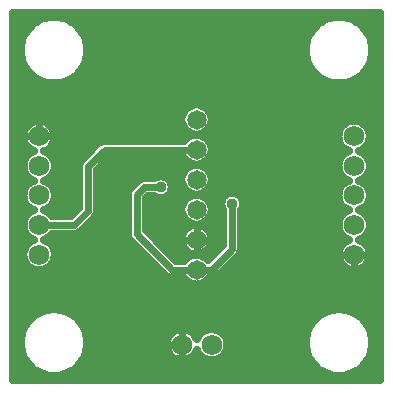
<source format=gbl>
G04 DipTrace 3.3.1.1*
G04 Bottom.gbl*
%MOIN*%
G04 #@! TF.FileFunction,Copper,L2,Bot*
G04 #@! TF.Part,Single*
G04 #@! TA.AperFunction,CopperBalancing*
%ADD13C,0.023622*%
%ADD14C,0.025*%
G04 #@! TA.AperFunction,ComponentPad*
%ADD16C,0.068898*%
%ADD18C,0.064961*%
G04 #@! TA.AperFunction,ViaPad*
%ADD20C,0.037622*%
%FSLAX26Y26*%
G04*
G70*
G90*
G75*
G01*
G04 Bottom*
%LPD*%
X1043701Y799950D2*
D13*
X1093701D1*
X1162451Y868701D1*
Y1018701D1*
X1043701Y799950D2*
X962451D1*
X843701Y918701D1*
Y1049950D1*
X868701Y1074950D1*
X924950D1*
X518701Y948375D2*
X635875D1*
X681201Y993701D1*
Y1143701D1*
X737450Y1199950D1*
X1043701D1*
D20*
X1318701Y1068701D3*
Y1012451D3*
X1149950Y1068701D3*
X918701Y1018701D3*
X774950D3*
Y1068701D3*
X924950Y1074950D3*
X1162451Y1018701D3*
X1499951Y1081201D3*
X593701Y993701D3*
X434703Y1630348D2*
D14*
X516184D1*
X621229D2*
X1466182D1*
X1571227D2*
X1652708D1*
X434703Y1605479D2*
X483637D1*
X653776D2*
X1433635D1*
X1603774D2*
X1652708D1*
X434703Y1580610D2*
X466735D1*
X670677D2*
X1416733D1*
X1620675D2*
X1652708D1*
X434703Y1555741D2*
X457872D1*
X679505D2*
X1407906D1*
X1629503D2*
X1652708D1*
X434703Y1530873D2*
X455145D1*
X682268D2*
X1405143D1*
X1632266D2*
X1652708D1*
X434703Y1506004D2*
X458051D1*
X679361D2*
X1408049D1*
X1629359D2*
X1652708D1*
X434703Y1481135D2*
X467058D1*
X670319D2*
X1417056D1*
X1620316D2*
X1652708D1*
X434703Y1456266D2*
X484247D1*
X653166D2*
X1434245D1*
X1603164D2*
X1652708D1*
X434703Y1431398D2*
X517476D1*
X619901D2*
X1467474D1*
X1569899D2*
X1652708D1*
X434703Y1406529D2*
X1652708D1*
X434703Y1381660D2*
X1652708D1*
X434703Y1356791D2*
X1652708D1*
X434703Y1331923D2*
X1002199D1*
X1085212D2*
X1652708D1*
X434703Y1307054D2*
X991255D1*
X1096120D2*
X1652708D1*
X434703Y1282185D2*
X480694D1*
X556709D2*
X993982D1*
X1093393D2*
X1530630D1*
X1606788D2*
X1652708D1*
X434703Y1257316D2*
X465623D1*
X571781D2*
X1014256D1*
X1073154D2*
X1515594D1*
X1621824D2*
X1652708D1*
X434703Y1232448D2*
X465013D1*
X572391D2*
X1002630D1*
X1084781D2*
X1515020D1*
X1622398D2*
X1652708D1*
X434703Y1207579D2*
X478183D1*
X559221D2*
X700485D1*
X1096049D2*
X1528226D1*
X1609157D2*
X1652708D1*
X434703Y1182710D2*
X479582D1*
X557822D2*
X675617D1*
X1093608D2*
X1529517D1*
X1607865D2*
X1652708D1*
X434703Y1157841D2*
X465336D1*
X572068D2*
X652508D1*
X739934D2*
X1013431D1*
X1073980D2*
X1515307D1*
X1622075D2*
X1652708D1*
X434703Y1132972D2*
X465264D1*
X572139D2*
X648919D1*
X715066D2*
X1003061D1*
X1084314D2*
X1515271D1*
X1622147D2*
X1652708D1*
X434703Y1108104D2*
X479223D1*
X558180D2*
X648919D1*
X713451D2*
X906568D1*
X943361D2*
X991434D1*
X1095977D2*
X1529266D1*
X1608152D2*
X1652708D1*
X434703Y1083235D2*
X478541D1*
X558862D2*
X648919D1*
X713451D2*
X832395D1*
X963277D2*
X993623D1*
X1093788D2*
X1528477D1*
X1608905D2*
X1652708D1*
X434703Y1058366D2*
X465085D1*
X572319D2*
X648919D1*
X713451D2*
X812659D1*
X960263D2*
X1012642D1*
X1074733D2*
X1515092D1*
X1622326D2*
X1652708D1*
X434703Y1033497D2*
X465515D1*
X571888D2*
X648919D1*
X713451D2*
X811439D1*
X875971D2*
X1003527D1*
X1083848D2*
X1126287D1*
X1198606D2*
X1515523D1*
X1621860D2*
X1652708D1*
X434703Y1008629D2*
X480300D1*
X557104D2*
X648919D1*
X713451D2*
X811439D1*
X875971D2*
X991506D1*
X1095869D2*
X1124600D1*
X1200328D2*
X1530343D1*
X1607039D2*
X1652708D1*
X434703Y983760D2*
X477537D1*
X559867D2*
X626671D1*
X711765D2*
X811439D1*
X875971D2*
X993444D1*
X1093967D2*
X1130198D1*
X1194730D2*
X1527508D1*
X1609910D2*
X1652708D1*
X434703Y958891D2*
X464869D1*
X690988D2*
X811439D1*
X875971D2*
X1011924D1*
X1075487D2*
X1130198D1*
X1194730D2*
X1514841D1*
X1622541D2*
X1652708D1*
X434703Y934022D2*
X465802D1*
X666120D2*
X811439D1*
X875971D2*
X1004029D1*
X1083381D2*
X1130198D1*
X1194730D2*
X1515810D1*
X1621572D2*
X1652708D1*
X434703Y909154D2*
X481448D1*
X555956D2*
X813018D1*
X897860D2*
X991613D1*
X1095797D2*
X1130198D1*
X1194730D2*
X1531491D1*
X1605891D2*
X1652708D1*
X434703Y884285D2*
X476604D1*
X560800D2*
X833508D1*
X922728D2*
X993264D1*
X1094147D2*
X1130198D1*
X1194730D2*
X1526575D1*
X1610843D2*
X1652708D1*
X434703Y859416D2*
X464654D1*
X572749D2*
X858375D1*
X947596D2*
X1011170D1*
X1076205D2*
X1108560D1*
X1193223D2*
X1514661D1*
X1622757D2*
X1652708D1*
X434703Y834547D2*
X466125D1*
X571278D2*
X883243D1*
X972463D2*
X1004496D1*
X1172912D2*
X1516133D1*
X1621285D2*
X1652708D1*
X434703Y809678D2*
X482668D1*
X554736D2*
X908111D1*
X1148045D2*
X1532711D1*
X1604671D2*
X1652708D1*
X434703Y784810D2*
X932979D1*
X1123141D2*
X1652708D1*
X434703Y759941D2*
X1010489D1*
X1076922D2*
X1652708D1*
X434703Y735072D2*
X1652708D1*
X434703Y710203D2*
X1652708D1*
X434703Y685335D2*
X1652708D1*
X434703Y660466D2*
X527954D1*
X609459D2*
X1477952D1*
X1559457D2*
X1652708D1*
X434703Y635597D2*
X488553D1*
X648860D2*
X1438551D1*
X1598858D2*
X1652708D1*
X434703Y610728D2*
X469463D1*
X667950D2*
X1419461D1*
X1617948D2*
X1652708D1*
X434703Y585860D2*
X459164D1*
X678213D2*
X954617D1*
X1035943D2*
X1053047D1*
X1134373D2*
X1409162D1*
X1628211D2*
X1652708D1*
X434703Y560991D2*
X455253D1*
X682160D2*
X941555D1*
X1147435D2*
X1405250D1*
X1632158D2*
X1652708D1*
X434703Y536122D2*
X456975D1*
X680438D2*
X942237D1*
X1146753D2*
X1406973D1*
X1630436D2*
X1652708D1*
X434703Y511253D2*
X464654D1*
X672759D2*
X957452D1*
X1033108D2*
X1055846D1*
X1131538D2*
X1414652D1*
X1622757D2*
X1652708D1*
X434703Y486385D2*
X479833D1*
X657580D2*
X1429831D1*
X1607578D2*
X1652708D1*
X434703Y461516D2*
X508182D1*
X629231D2*
X1458180D1*
X1579229D2*
X1652708D1*
X434703Y436647D2*
X1652708D1*
X570945Y845838D2*
X569658Y837716D1*
X567117Y829895D1*
X563384Y822568D1*
X558550Y815915D1*
X552735Y810101D1*
X546083Y805267D1*
X538756Y801534D1*
X530935Y798993D1*
X522812Y797706D1*
X514589D1*
X506467Y798993D1*
X498646Y801534D1*
X491319Y805267D1*
X484666Y810101D1*
X478851Y815915D1*
X474018Y822568D1*
X470284Y829895D1*
X467743Y837716D1*
X466457Y845838D1*
Y854062D1*
X467743Y862184D1*
X470284Y870005D1*
X474018Y877332D1*
X478851Y883985D1*
X484666Y889800D1*
X491319Y894633D1*
X498646Y898367D1*
X500742Y899140D1*
X494909Y901682D1*
X487898Y905978D1*
X481644Y911319D1*
X476304Y917572D1*
X472007Y924584D1*
X468860Y932181D1*
X466940Y940177D1*
X466295Y948375D1*
X466940Y956573D1*
X468860Y964570D1*
X472007Y972167D1*
X476304Y979179D1*
X481644Y985432D1*
X487898Y990772D1*
X494909Y995069D1*
X500742Y997565D1*
X494909Y1000107D1*
X487898Y1004404D1*
X481644Y1009744D1*
X476304Y1015997D1*
X472007Y1023009D1*
X468860Y1030606D1*
X466940Y1038602D1*
X466295Y1046801D1*
X466940Y1054999D1*
X468860Y1062995D1*
X472007Y1070592D1*
X476304Y1077604D1*
X481644Y1083857D1*
X487898Y1089197D1*
X494909Y1093494D1*
X500742Y1095990D1*
X494909Y1098532D1*
X487898Y1102829D1*
X481644Y1108169D1*
X476304Y1114423D1*
X472007Y1121434D1*
X468860Y1129032D1*
X466940Y1137028D1*
X466295Y1145226D1*
X466940Y1153424D1*
X468860Y1161420D1*
X472007Y1169017D1*
X476304Y1176029D1*
X481644Y1182282D1*
X487898Y1187623D1*
X494909Y1191919D1*
X500742Y1194415D1*
X493684Y1197602D1*
X487493Y1201551D1*
X481914Y1206327D1*
X477059Y1211835D1*
X473020Y1217968D1*
X469879Y1224605D1*
X467696Y1231616D1*
X466514Y1238863D1*
X466358Y1246205D1*
X467228Y1253496D1*
X469110Y1260594D1*
X471965Y1267359D1*
X475737Y1273659D1*
X480354Y1279370D1*
X485723Y1284379D1*
X491739Y1288589D1*
X498285Y1291916D1*
X505232Y1294296D1*
X512443Y1295681D1*
X519777Y1296045D1*
X527090Y1295381D1*
X534238Y1293700D1*
X541081Y1291037D1*
X547485Y1287444D1*
X553324Y1282990D1*
X558482Y1277765D1*
X562860Y1271869D1*
X566371Y1265420D1*
X568946Y1258543D1*
X570534Y1251374D1*
X571106Y1243651D1*
X570592Y1236326D1*
X569059Y1229145D1*
X566537Y1222248D1*
X563075Y1215772D1*
X558743Y1209843D1*
X553624Y1204578D1*
X547820Y1200080D1*
X541444Y1196438D1*
X536704Y1194440D1*
X542492Y1191919D1*
X549504Y1187623D1*
X555757Y1182282D1*
X561098Y1176029D1*
X565394Y1169017D1*
X568541Y1161420D1*
X570461Y1153424D1*
X571106Y1145226D1*
X570461Y1137028D1*
X568541Y1129032D1*
X565394Y1121434D1*
X561098Y1114423D1*
X555757Y1108169D1*
X549504Y1102829D1*
X542492Y1098532D1*
X536659Y1096036D1*
X542492Y1093494D1*
X549504Y1089197D1*
X555757Y1083857D1*
X561098Y1077604D1*
X565394Y1070592D1*
X568541Y1062995D1*
X570461Y1054999D1*
X571106Y1046801D1*
X570461Y1038602D1*
X568541Y1030606D1*
X565394Y1023009D1*
X561098Y1015997D1*
X555757Y1009744D1*
X549504Y1004404D1*
X542492Y1000107D1*
X536659Y997611D1*
X542492Y995069D1*
X549504Y990772D1*
X555757Y985432D1*
X561098Y979179D1*
X561785Y978149D1*
X623518Y978143D1*
X651441Y1006039D1*
X651525Y1146036D1*
X652255Y1150650D1*
X653699Y1155092D1*
X655820Y1159254D1*
X658565Y1163033D1*
X716401Y1220999D1*
X719953Y1224033D1*
X723936Y1226473D1*
X728251Y1228261D1*
X732793Y1229351D1*
X737450Y1229718D1*
X1002957D1*
X1008036Y1235614D1*
X1014055Y1240755D1*
X1020803Y1244890D1*
X1028115Y1247919D1*
X1035811Y1249766D1*
X1037209Y1249932D1*
X1031927Y1250907D1*
X1024399Y1253352D1*
X1017348Y1256946D1*
X1010945Y1261598D1*
X1005348Y1267194D1*
X1000696Y1273597D1*
X997103Y1280649D1*
X994657Y1288176D1*
X993419Y1295993D1*
Y1303907D1*
X994657Y1311724D1*
X997103Y1319252D1*
X1000696Y1326303D1*
X1005348Y1332706D1*
X1010945Y1338303D1*
X1017348Y1342955D1*
X1024399Y1346548D1*
X1031927Y1348994D1*
X1039744Y1350232D1*
X1047658D1*
X1055475Y1348994D1*
X1063002Y1346548D1*
X1070054Y1342955D1*
X1076457Y1338303D1*
X1082053Y1332706D1*
X1086705Y1326303D1*
X1090299Y1319252D1*
X1092744Y1311724D1*
X1093982Y1303907D1*
Y1295993D1*
X1092744Y1288176D1*
X1090299Y1280649D1*
X1086705Y1273597D1*
X1082053Y1267194D1*
X1076457Y1261598D1*
X1070054Y1256946D1*
X1063002Y1253352D1*
X1055475Y1250907D1*
X1050193Y1249969D1*
X1055475Y1248994D1*
X1063002Y1246548D1*
X1070054Y1242955D1*
X1076457Y1238303D1*
X1082053Y1232706D1*
X1086705Y1226303D1*
X1090299Y1219252D1*
X1092744Y1211724D1*
X1093982Y1203907D1*
Y1195993D1*
X1092744Y1188176D1*
X1090299Y1180649D1*
X1086705Y1173597D1*
X1082053Y1167194D1*
X1076457Y1161598D1*
X1070054Y1156946D1*
X1063002Y1153352D1*
X1055475Y1150907D1*
X1050193Y1149969D1*
X1055475Y1148994D1*
X1063002Y1146548D1*
X1070054Y1142955D1*
X1076457Y1138303D1*
X1082053Y1132706D1*
X1086705Y1126303D1*
X1090299Y1119252D1*
X1092744Y1111724D1*
X1093982Y1103907D1*
Y1095993D1*
X1092744Y1088176D1*
X1090299Y1080649D1*
X1086705Y1073597D1*
X1082053Y1067194D1*
X1076457Y1061598D1*
X1070054Y1056946D1*
X1063002Y1053352D1*
X1055475Y1050907D1*
X1050193Y1049969D1*
X1055475Y1048994D1*
X1063002Y1046548D1*
X1070054Y1042955D1*
X1076457Y1038303D1*
X1082053Y1032706D1*
X1086705Y1026303D1*
X1090299Y1019252D1*
X1092744Y1011724D1*
X1093982Y1003907D1*
Y995993D1*
X1092744Y988176D1*
X1090299Y980649D1*
X1086705Y973597D1*
X1082053Y967194D1*
X1076457Y961598D1*
X1070054Y956946D1*
X1063002Y953352D1*
X1055475Y950907D1*
X1050359Y949946D1*
X1057548Y948449D1*
X1064443Y945925D1*
X1070898Y942426D1*
X1076777Y938027D1*
X1081955Y932821D1*
X1086322Y926918D1*
X1089786Y920444D1*
X1092274Y913536D1*
X1093731Y906339D1*
X1094138Y899950D1*
X1093603Y892627D1*
X1092011Y885459D1*
X1089395Y878598D1*
X1085811Y872190D1*
X1081334Y866370D1*
X1076060Y861262D1*
X1070100Y856973D1*
X1063580Y853596D1*
X1056639Y851201D1*
X1050299Y849955D1*
X1055475Y848994D1*
X1063002Y846548D1*
X1070054Y842955D1*
X1076457Y838303D1*
X1082053Y832706D1*
X1083078Y831406D1*
X1132661Y881008D1*
X1132684Y997130D1*
X1129691Y1002009D1*
X1127483Y1007339D1*
X1126136Y1012949D1*
X1125684Y1018701D1*
X1126136Y1024453D1*
X1127483Y1030063D1*
X1129691Y1035393D1*
X1132706Y1040312D1*
X1136453Y1044699D1*
X1140840Y1048446D1*
X1145759Y1051461D1*
X1151090Y1053669D1*
X1156700Y1055016D1*
X1162451Y1055469D1*
X1168203Y1055016D1*
X1173813Y1053669D1*
X1179144Y1051461D1*
X1184063Y1048446D1*
X1188450Y1044699D1*
X1192197Y1040312D1*
X1195212Y1035393D1*
X1197420Y1030063D1*
X1198766Y1024453D1*
X1199219Y1018701D1*
X1198766Y1012949D1*
X1197420Y1007339D1*
X1195212Y1002009D1*
X1192216Y997117D1*
X1192127Y866365D1*
X1191397Y861752D1*
X1189953Y857309D1*
X1187833Y853147D1*
X1185087Y849368D1*
X1131535Y795686D1*
X1113033Y777315D1*
X1109254Y774569D1*
X1105092Y772448D1*
X1100650Y771005D1*
X1096036Y770274D1*
X1084407Y770182D1*
X1079365Y764286D1*
X1073347Y759146D1*
X1066599Y755010D1*
X1059287Y751982D1*
X1051591Y750134D1*
X1043701Y749513D1*
X1035811Y750134D1*
X1028115Y751982D1*
X1020803Y755010D1*
X1014055Y759146D1*
X1008036Y764286D1*
X1003002Y770170D1*
X960116Y770274D1*
X955502Y771005D1*
X951060Y772448D1*
X946898Y774569D1*
X943119Y777315D1*
X882941Y837363D1*
X821065Y899368D1*
X818320Y903147D1*
X816199Y907309D1*
X814756Y911752D1*
X814025Y916365D1*
X813933Y1001378D1*
X814025Y1052286D1*
X814756Y1056899D1*
X816199Y1061342D1*
X818320Y1065504D1*
X821065Y1069283D1*
X847652Y1095999D1*
X851204Y1099033D1*
X855186Y1101473D1*
X859502Y1103261D1*
X864044Y1104351D1*
X868701Y1104718D1*
X903401D1*
X908258Y1107710D1*
X913588Y1109918D1*
X919198Y1111265D1*
X924950Y1111718D1*
X930702Y1111265D1*
X936312Y1109918D1*
X941642Y1107710D1*
X946562Y1104696D1*
X950949Y1100949D1*
X954696Y1096562D1*
X957710Y1091642D1*
X959918Y1086312D1*
X961265Y1080702D1*
X961718Y1074950D1*
X961265Y1069198D1*
X959918Y1063588D1*
X957710Y1058258D1*
X954696Y1053339D1*
X950949Y1048951D1*
X946562Y1045204D1*
X941642Y1042190D1*
X936312Y1039982D1*
X930702Y1038635D1*
X924950Y1038182D1*
X919198Y1038635D1*
X913588Y1039982D1*
X908258Y1042190D1*
X903367Y1045186D1*
X881064Y1045182D1*
X873485Y1037636D1*
X873469Y931066D1*
X974797Y829703D1*
X1002965Y829718D1*
X1008036Y835614D1*
X1014055Y840755D1*
X1020803Y844890D1*
X1028115Y847919D1*
X1035811Y849766D1*
X1037209Y849932D1*
X1031195Y851088D1*
X1024233Y853422D1*
X1017684Y856741D1*
X1011686Y860976D1*
X1006367Y866038D1*
X1001838Y871818D1*
X998197Y878194D1*
X995521Y885031D1*
X993865Y892185D1*
X993266Y899503D1*
X993735Y906830D1*
X995264Y914012D1*
X997819Y920896D1*
X1001346Y927336D1*
X1005771Y933195D1*
X1011000Y938350D1*
X1016922Y942691D1*
X1023411Y946126D1*
X1030331Y948583D1*
X1037100Y949947D1*
X1031927Y950907D1*
X1024399Y953352D1*
X1017348Y956946D1*
X1010945Y961598D1*
X1005348Y967194D1*
X1000696Y973597D1*
X997103Y980649D1*
X994657Y988176D1*
X993419Y995993D1*
Y1003907D1*
X994657Y1011724D1*
X997103Y1019252D1*
X1000696Y1026303D1*
X1005348Y1032706D1*
X1010945Y1038303D1*
X1017348Y1042955D1*
X1024399Y1046548D1*
X1031927Y1048994D1*
X1037209Y1049932D1*
X1031927Y1050907D1*
X1024399Y1053352D1*
X1017348Y1056946D1*
X1010945Y1061598D1*
X1005348Y1067194D1*
X1000696Y1073597D1*
X997103Y1080649D1*
X994657Y1088176D1*
X993419Y1095993D1*
Y1103907D1*
X994657Y1111724D1*
X997103Y1119252D1*
X1000696Y1126303D1*
X1005348Y1132706D1*
X1010945Y1138303D1*
X1017348Y1142955D1*
X1024399Y1146548D1*
X1031927Y1148994D1*
X1037209Y1149932D1*
X1031927Y1150907D1*
X1024399Y1153352D1*
X1017348Y1156946D1*
X1010945Y1161598D1*
X1005348Y1167194D1*
X1003002Y1170170D1*
X749773Y1170182D1*
X710974Y1131376D1*
X710877Y991365D1*
X710146Y986752D1*
X708703Y982309D1*
X706582Y978147D1*
X703836Y974368D1*
X656924Y927326D1*
X653372Y924293D1*
X649390Y921852D1*
X645074Y920064D1*
X640532Y918974D1*
X635866Y918608D1*
X561846D1*
X558550Y914341D1*
X552735Y908526D1*
X546083Y903692D1*
X538756Y899959D1*
X536659Y899186D1*
X542492Y896644D1*
X549504Y892347D1*
X555757Y887006D1*
X561098Y880753D1*
X565394Y873742D1*
X568541Y866144D1*
X570461Y858148D1*
X571106Y849950D1*
X570945Y845838D1*
X1620945Y1239589D2*
X1619658Y1231467D1*
X1617117Y1223646D1*
X1613384Y1216319D1*
X1608550Y1209666D1*
X1602735Y1203851D1*
X1596083Y1199018D1*
X1588756Y1195284D1*
X1586659Y1194511D1*
X1592492Y1191969D1*
X1599504Y1187673D1*
X1605757Y1182332D1*
X1611098Y1176079D1*
X1615394Y1169067D1*
X1618541Y1161470D1*
X1620461Y1153474D1*
X1621106Y1145276D1*
X1620461Y1137078D1*
X1618541Y1129081D1*
X1615394Y1121484D1*
X1611098Y1114472D1*
X1605757Y1108219D1*
X1599504Y1102879D1*
X1592492Y1098582D1*
X1586659Y1096086D1*
X1592492Y1093544D1*
X1599504Y1089247D1*
X1605757Y1083907D1*
X1611098Y1077654D1*
X1615394Y1070642D1*
X1618541Y1063045D1*
X1620461Y1055048D1*
X1621106Y1046850D1*
X1620461Y1038652D1*
X1618541Y1030656D1*
X1615394Y1023059D1*
X1611098Y1016047D1*
X1605757Y1009794D1*
X1599504Y1004453D1*
X1592492Y1000157D1*
X1586659Y997661D1*
X1592492Y995119D1*
X1599504Y990822D1*
X1605757Y985481D1*
X1611098Y979228D1*
X1615394Y972217D1*
X1618541Y964619D1*
X1620461Y956623D1*
X1621106Y948425D1*
X1620461Y940227D1*
X1618541Y932231D1*
X1615394Y924634D1*
X1611098Y917622D1*
X1605757Y911369D1*
X1599504Y906028D1*
X1592492Y901732D1*
X1586659Y899236D1*
X1592729Y896573D1*
X1599002Y892757D1*
X1604681Y888102D1*
X1609654Y882699D1*
X1613822Y876653D1*
X1617105Y870085D1*
X1619437Y863122D1*
X1620773Y855901D1*
X1621074Y848163D1*
X1620303Y840861D1*
X1618519Y833738D1*
X1615757Y826934D1*
X1612071Y820583D1*
X1607533Y814810D1*
X1602233Y809727D1*
X1596275Y805436D1*
X1589775Y802019D1*
X1582862Y799544D1*
X1575670Y798060D1*
X1568342Y797596D1*
X1561021Y798160D1*
X1553850Y799743D1*
X1546971Y802312D1*
X1540519Y805817D1*
X1534620Y810190D1*
X1529390Y815345D1*
X1524932Y821180D1*
X1521333Y827580D1*
X1518664Y834421D1*
X1516978Y841568D1*
X1516307Y848880D1*
X1516665Y856215D1*
X1518045Y863427D1*
X1520419Y870376D1*
X1523741Y876924D1*
X1527945Y882944D1*
X1532950Y888318D1*
X1538657Y892939D1*
X1544954Y896716D1*
X1550698Y899208D1*
X1544909Y901732D1*
X1537898Y906028D1*
X1531644Y911369D1*
X1526304Y917622D1*
X1522007Y924634D1*
X1518860Y932231D1*
X1516940Y940227D1*
X1516295Y948425D1*
X1516940Y956623D1*
X1518860Y964619D1*
X1522007Y972217D1*
X1526304Y979228D1*
X1531644Y985481D1*
X1537898Y990822D1*
X1544909Y995119D1*
X1550742Y997615D1*
X1544909Y1000157D1*
X1537898Y1004453D1*
X1531644Y1009794D1*
X1526304Y1016047D1*
X1522007Y1023059D1*
X1518860Y1030656D1*
X1516940Y1038652D1*
X1516295Y1046850D1*
X1516940Y1055048D1*
X1518860Y1063045D1*
X1522007Y1070642D1*
X1526304Y1077654D1*
X1531644Y1083907D1*
X1537898Y1089247D1*
X1544909Y1093544D1*
X1550742Y1096040D1*
X1544909Y1098582D1*
X1537898Y1102879D1*
X1531644Y1108219D1*
X1526304Y1114472D1*
X1522007Y1121484D1*
X1518860Y1129081D1*
X1516940Y1137078D1*
X1516295Y1145276D1*
X1516940Y1153474D1*
X1518860Y1161470D1*
X1522007Y1169067D1*
X1526304Y1176079D1*
X1531644Y1182332D1*
X1537898Y1187673D1*
X1544909Y1191969D1*
X1550742Y1194465D1*
X1544909Y1197007D1*
X1537898Y1201304D1*
X1531644Y1206644D1*
X1526304Y1212898D1*
X1522007Y1219909D1*
X1518860Y1227507D1*
X1516940Y1235503D1*
X1516295Y1243701D1*
X1516940Y1251899D1*
X1518860Y1259895D1*
X1522007Y1267492D1*
X1526304Y1274504D1*
X1531644Y1280757D1*
X1537898Y1286098D1*
X1544909Y1290394D1*
X1552507Y1293541D1*
X1560503Y1295461D1*
X1568701Y1296106D1*
X1576899Y1295461D1*
X1584895Y1293541D1*
X1592492Y1290394D1*
X1599504Y1286098D1*
X1605757Y1280757D1*
X1611098Y1274504D1*
X1615394Y1267492D1*
X1618541Y1259895D1*
X1620461Y1251899D1*
X1621106Y1243701D1*
X1620945Y1239589D1*
X679415Y1522487D2*
X678390Y1513828D1*
X676689Y1505275D1*
X674322Y1496882D1*
X671304Y1488701D1*
X667653Y1480782D1*
X663392Y1473174D1*
X658547Y1465923D1*
X653149Y1459075D1*
X647230Y1452672D1*
X640826Y1446753D1*
X633978Y1441354D1*
X626728Y1436510D1*
X619119Y1432249D1*
X611200Y1428598D1*
X603019Y1425580D1*
X594626Y1423213D1*
X586074Y1421512D1*
X577414Y1420487D1*
X568701Y1420144D1*
X559987Y1420487D1*
X551328Y1421512D1*
X542775Y1423213D1*
X534382Y1425580D1*
X526201Y1428598D1*
X518282Y1432249D1*
X510674Y1436510D1*
X503423Y1441354D1*
X496575Y1446753D1*
X490172Y1452672D1*
X484253Y1459075D1*
X478854Y1465923D1*
X474010Y1473174D1*
X469749Y1480782D1*
X466098Y1488701D1*
X463080Y1496882D1*
X460713Y1505275D1*
X459012Y1513828D1*
X457987Y1522487D1*
X457644Y1531201D1*
X457987Y1539914D1*
X459012Y1548574D1*
X460713Y1557126D1*
X463080Y1565519D1*
X466098Y1573700D1*
X469749Y1581619D1*
X474010Y1589228D1*
X478854Y1596478D1*
X484253Y1603326D1*
X490172Y1609730D1*
X496575Y1615649D1*
X503423Y1621047D1*
X510674Y1625892D1*
X518282Y1630153D1*
X526201Y1633804D1*
X534382Y1636822D1*
X542775Y1639189D1*
X551328Y1640890D1*
X559987Y1641915D1*
X568701Y1642257D1*
X577414Y1641915D1*
X586074Y1640890D1*
X594626Y1639189D1*
X603019Y1636822D1*
X611200Y1633804D1*
X619119Y1630153D1*
X626728Y1625892D1*
X633978Y1621047D1*
X640826Y1615649D1*
X647230Y1609730D1*
X653149Y1603326D1*
X658547Y1596478D1*
X663392Y1589228D1*
X667653Y1581619D1*
X671304Y1573700D1*
X674322Y1565519D1*
X676689Y1557126D1*
X678390Y1548574D1*
X679415Y1539914D1*
X679757Y1531201D1*
X679415Y1522487D1*
X1629415D2*
X1628390Y1513828D1*
X1626689Y1505275D1*
X1624322Y1496882D1*
X1621304Y1488701D1*
X1617653Y1480782D1*
X1613392Y1473174D1*
X1608547Y1465923D1*
X1603149Y1459075D1*
X1597230Y1452672D1*
X1590826Y1446753D1*
X1583978Y1441354D1*
X1576728Y1436510D1*
X1569119Y1432249D1*
X1561200Y1428598D1*
X1553019Y1425580D1*
X1544626Y1423213D1*
X1536074Y1421512D1*
X1527414Y1420487D1*
X1518701Y1420144D1*
X1509987Y1420487D1*
X1501328Y1421512D1*
X1492775Y1423213D1*
X1484382Y1425580D1*
X1476201Y1428598D1*
X1468282Y1432249D1*
X1460674Y1436510D1*
X1453423Y1441354D1*
X1446575Y1446753D1*
X1440172Y1452672D1*
X1434253Y1459075D1*
X1428854Y1465923D1*
X1424010Y1473174D1*
X1419749Y1480782D1*
X1416098Y1488701D1*
X1413080Y1496882D1*
X1410713Y1505275D1*
X1409012Y1513828D1*
X1407987Y1522487D1*
X1407644Y1531201D1*
X1407987Y1539914D1*
X1409012Y1548574D1*
X1410713Y1557126D1*
X1413080Y1565519D1*
X1416098Y1573700D1*
X1419749Y1581619D1*
X1424010Y1589228D1*
X1428854Y1596478D1*
X1434253Y1603326D1*
X1440172Y1609730D1*
X1446575Y1615649D1*
X1453423Y1621047D1*
X1460674Y1625892D1*
X1468282Y1630153D1*
X1476201Y1633804D1*
X1484382Y1636822D1*
X1492775Y1639189D1*
X1501328Y1640890D1*
X1509987Y1641915D1*
X1518701Y1642257D1*
X1527414Y1641915D1*
X1536074Y1640890D1*
X1544626Y1639189D1*
X1553019Y1636822D1*
X1561200Y1633804D1*
X1569119Y1630153D1*
X1576728Y1625892D1*
X1583978Y1621047D1*
X1590826Y1615649D1*
X1597230Y1609730D1*
X1603149Y1603326D1*
X1608547Y1596478D1*
X1613392Y1589228D1*
X1617653Y1581619D1*
X1621304Y1573700D1*
X1624322Y1565519D1*
X1626689Y1557126D1*
X1628390Y1548574D1*
X1629415Y1539914D1*
X1629757Y1531201D1*
X1629415Y1522487D1*
Y547487D2*
X1628390Y538828D1*
X1626689Y530275D1*
X1624322Y521882D1*
X1621304Y513701D1*
X1617653Y505782D1*
X1613392Y498174D1*
X1608547Y490923D1*
X1603149Y484075D1*
X1597230Y477672D1*
X1590826Y471753D1*
X1583978Y466354D1*
X1576728Y461510D1*
X1569119Y457249D1*
X1561200Y453598D1*
X1553019Y450580D1*
X1544626Y448213D1*
X1536074Y446512D1*
X1527414Y445487D1*
X1518701Y445144D1*
X1509987Y445487D1*
X1501328Y446512D1*
X1492775Y448213D1*
X1484382Y450580D1*
X1476201Y453598D1*
X1468282Y457249D1*
X1460674Y461510D1*
X1453423Y466354D1*
X1446575Y471753D1*
X1440172Y477672D1*
X1434253Y484075D1*
X1428854Y490923D1*
X1424010Y498174D1*
X1419749Y505782D1*
X1416098Y513701D1*
X1413080Y521882D1*
X1410713Y530275D1*
X1409012Y538828D1*
X1407987Y547487D1*
X1407644Y556201D1*
X1407987Y564914D1*
X1409012Y573574D1*
X1410713Y582126D1*
X1413080Y590519D1*
X1416098Y598700D1*
X1419749Y606619D1*
X1424010Y614228D1*
X1428854Y621478D1*
X1434253Y628326D1*
X1440172Y634730D1*
X1446575Y640649D1*
X1453423Y646047D1*
X1460674Y650892D1*
X1468282Y655153D1*
X1476201Y658804D1*
X1484382Y661822D1*
X1492775Y664189D1*
X1501328Y665890D1*
X1509987Y666915D1*
X1518701Y667257D1*
X1527414Y666915D1*
X1536074Y665890D1*
X1544626Y664189D1*
X1553019Y661822D1*
X1561200Y658804D1*
X1569119Y655153D1*
X1576728Y650892D1*
X1583978Y646047D1*
X1590826Y640649D1*
X1597230Y634730D1*
X1603149Y628326D1*
X1608547Y621478D1*
X1613392Y614228D1*
X1617653Y606619D1*
X1621304Y598700D1*
X1624322Y590519D1*
X1626689Y582126D1*
X1628390Y573574D1*
X1629415Y564914D1*
X1629757Y556201D1*
X1629415Y547487D1*
X679415D2*
X678390Y538828D1*
X676689Y530275D1*
X674322Y521882D1*
X671304Y513701D1*
X667653Y505782D1*
X663392Y498174D1*
X658547Y490923D1*
X653149Y484075D1*
X647230Y477672D1*
X640826Y471753D1*
X633978Y466354D1*
X626728Y461510D1*
X619119Y457249D1*
X611200Y453598D1*
X603019Y450580D1*
X594626Y448213D1*
X586074Y446512D1*
X577414Y445487D1*
X568701Y445144D1*
X559987Y445487D1*
X551328Y446512D1*
X542775Y448213D1*
X534382Y450580D1*
X526201Y453598D1*
X518282Y457249D1*
X510674Y461510D1*
X503423Y466354D1*
X496575Y471753D1*
X490172Y477672D1*
X484253Y484075D1*
X478854Y490923D1*
X474010Y498174D1*
X469749Y505782D1*
X466098Y513701D1*
X463080Y521882D1*
X460713Y530275D1*
X459012Y538828D1*
X457987Y547487D1*
X457644Y556201D1*
X457987Y564914D1*
X459012Y573574D1*
X460713Y582126D1*
X463080Y590519D1*
X466098Y598700D1*
X469749Y606619D1*
X474010Y614228D1*
X478854Y621478D1*
X484253Y628326D1*
X490172Y634730D1*
X496575Y640649D1*
X503423Y646047D1*
X510674Y650892D1*
X518282Y655153D1*
X526201Y658804D1*
X534382Y661822D1*
X542775Y664189D1*
X551328Y665890D1*
X559987Y666915D1*
X568701Y667257D1*
X577414Y666915D1*
X586074Y665890D1*
X594626Y664189D1*
X603019Y661822D1*
X611200Y658804D1*
X619119Y655153D1*
X626728Y650892D1*
X633978Y646047D1*
X640826Y640649D1*
X647230Y634730D1*
X653149Y628326D1*
X658547Y621478D1*
X663392Y614228D1*
X667653Y606619D1*
X671304Y598700D1*
X674322Y590519D1*
X676689Y582126D1*
X678390Y573574D1*
X679415Y564914D1*
X679757Y556201D1*
X679415Y547487D1*
X1145945Y545839D2*
X1144658Y537717D1*
X1142117Y529896D1*
X1138384Y522569D1*
X1133550Y515916D1*
X1127735Y510101D1*
X1121083Y505268D1*
X1113756Y501534D1*
X1105935Y498993D1*
X1097812Y497707D1*
X1089589D1*
X1081467Y498993D1*
X1073646Y501534D1*
X1066319Y505268D1*
X1059666Y510101D1*
X1053851Y515916D1*
X1049018Y522569D1*
X1045284Y529896D1*
X1044511Y531992D1*
X1041494Y525249D1*
X1037588Y519032D1*
X1032851Y513421D1*
X1027376Y508527D1*
X1021271Y504447D1*
X1014655Y501260D1*
X1007659Y499029D1*
X1000420Y497798D1*
X993080Y497591D1*
X985783Y498412D1*
X978672Y500245D1*
X971888Y503054D1*
X965562Y506783D1*
X959820Y511360D1*
X954774Y516695D1*
X950523Y522682D1*
X947151Y529205D1*
X944724Y536135D1*
X943289Y543337D1*
X942875Y550668D1*
X943490Y557986D1*
X945121Y565145D1*
X947737Y572006D1*
X951287Y578435D1*
X955700Y584303D1*
X960890Y589498D1*
X966755Y593916D1*
X973181Y597471D1*
X980040Y600093D1*
X987198Y601730D1*
X994515Y602351D1*
X1001846Y601943D1*
X1009049Y600514D1*
X1015981Y598092D1*
X1022507Y594726D1*
X1028498Y590480D1*
X1033837Y585438D1*
X1038419Y579700D1*
X1042153Y573377D1*
X1044486Y567955D1*
X1047007Y573742D1*
X1051304Y580754D1*
X1056644Y587007D1*
X1062898Y592348D1*
X1069909Y596644D1*
X1077507Y599791D1*
X1085503Y601711D1*
X1093701Y602356D1*
X1101899Y601711D1*
X1109895Y599791D1*
X1117492Y596644D1*
X1124504Y592348D1*
X1130757Y587007D1*
X1136098Y580754D1*
X1140394Y573742D1*
X1143541Y566145D1*
X1145461Y558149D1*
X1146106Y549951D1*
X1145945Y545839D1*
X432185Y1655193D2*
Y432188D1*
X1655213Y432185D1*
X1655216Y1655213D1*
X432188Y1655216D1*
X518701Y1296021D2*
D13*
Y1243651D1*
X466331D2*
X571070D1*
X1568701Y850000D2*
Y797630D1*
X1516331Y850000D2*
X1621070D1*
X1043701Y950351D2*
Y849549D1*
X993300Y899950D2*
X1094102D1*
X995276Y602320D2*
Y497581D1*
X942906Y549951D2*
X995276D1*
D16*
X518701Y849950D3*
Y948375D3*
Y1046801D3*
Y1145226D3*
Y1243651D3*
X1568701Y1243701D3*
Y1145276D3*
Y1046850D3*
Y948425D3*
Y850000D3*
D18*
X1043701Y799950D3*
Y899950D3*
Y999950D3*
Y1099950D3*
Y1199950D3*
Y1299950D3*
D16*
X1093701Y549951D3*
X995276D3*
M02*

</source>
